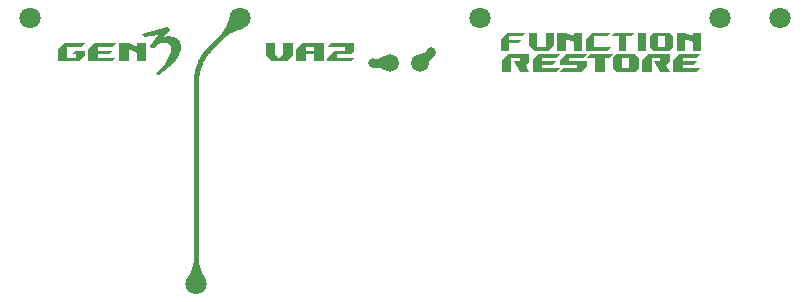
<source format=gbr>
G04 EAGLE Gerber RS-274X export*
G75*
%MOMM*%
%FSLAX34Y34*%
%LPD*%
%INTop Copper*%
%IPPOS*%
%AMOC8*
5,1,8,0,0,1.08239X$1,22.5*%
G01*
%ADD10C,1.500000*%
%ADD11C,1.800000*%
%ADD12C,0.406400*%
%ADD13C,0.800000*%
%ADD14C,0.800000*%
%ADD15C,0.152400*%

G36*
X134969Y179994D02*
X134969Y179994D01*
X134971Y179994D01*
X134973Y179994D01*
X147170Y190605D01*
X147170Y190606D01*
X147171Y190606D01*
X150994Y195126D01*
X150994Y195128D01*
X150995Y195128D01*
X152833Y200156D01*
X152833Y200157D01*
X152835Y200181D01*
X152835Y200186D01*
X152835Y200191D01*
X152836Y200196D01*
X152836Y200201D01*
X152836Y200206D01*
X152850Y200444D01*
X152850Y200445D01*
X152850Y200449D01*
X152850Y200454D01*
X152850Y200459D01*
X152851Y200459D01*
X152850Y200459D01*
X152851Y200464D01*
X152851Y200469D01*
X152864Y200703D01*
X152865Y200708D01*
X152865Y200713D01*
X152865Y200718D01*
X152865Y200723D01*
X152866Y200728D01*
X152879Y200961D01*
X152879Y200966D01*
X152879Y200971D01*
X152880Y200976D01*
X152880Y200981D01*
X152880Y200986D01*
X152881Y200991D01*
X152894Y201225D01*
X152894Y201230D01*
X152894Y201234D01*
X152894Y201235D01*
X152895Y201239D01*
X152895Y201240D01*
X152895Y201244D01*
X152895Y201249D01*
X152908Y201483D01*
X152909Y201488D01*
X152909Y201493D01*
X152909Y201498D01*
X152909Y201503D01*
X152910Y201508D01*
X152923Y201741D01*
X152923Y201746D01*
X152923Y201751D01*
X152924Y201756D01*
X152924Y201761D01*
X152924Y201766D01*
X152925Y201771D01*
X152938Y202005D01*
X152938Y202010D01*
X152938Y202015D01*
X152939Y202020D01*
X152939Y202025D01*
X152939Y202029D01*
X152939Y202030D01*
X152952Y202263D01*
X152953Y202268D01*
X152953Y202273D01*
X152953Y202278D01*
X152953Y202283D01*
X152954Y202283D01*
X152953Y202283D01*
X152954Y202288D01*
X152954Y202293D01*
X152967Y202526D01*
X152968Y202531D01*
X152968Y202536D01*
X152968Y202541D01*
X152968Y202546D01*
X152969Y202551D01*
X152982Y202785D01*
X152982Y202790D01*
X152982Y202795D01*
X152983Y202800D01*
X152983Y202805D01*
X152983Y202810D01*
X152996Y203043D01*
X152997Y203048D01*
X152997Y203053D01*
X152997Y203058D01*
X152998Y203063D01*
X152998Y203068D01*
X152998Y203073D01*
X153011Y203306D01*
X153011Y203307D01*
X153012Y203311D01*
X153012Y203316D01*
X153012Y203321D01*
X153012Y203326D01*
X153013Y203331D01*
X153026Y203565D01*
X153026Y203570D01*
X153026Y203575D01*
X153027Y203580D01*
X153027Y203585D01*
X153027Y203590D01*
X153028Y203595D01*
X153041Y203828D01*
X153041Y203833D01*
X153041Y203838D01*
X153042Y203843D01*
X153042Y203848D01*
X153042Y203853D01*
X153055Y204087D01*
X153056Y204092D01*
X153056Y204096D01*
X153056Y204097D01*
X153056Y204101D01*
X153056Y204102D01*
X153056Y204106D01*
X153057Y204106D01*
X153056Y204106D01*
X153057Y204111D01*
X153070Y204345D01*
X153070Y204350D01*
X153071Y204355D01*
X153071Y204360D01*
X153071Y204365D01*
X153071Y204370D01*
X153072Y204375D01*
X153085Y204608D01*
X153085Y204613D01*
X153085Y204618D01*
X153086Y204623D01*
X153086Y204628D01*
X153086Y204633D01*
X153096Y204809D01*
X153096Y204810D01*
X152243Y208331D01*
X152242Y208332D01*
X152242Y208333D01*
X151347Y209901D01*
X151346Y209901D01*
X151346Y209902D01*
X149804Y211183D01*
X149803Y211183D01*
X149803Y211184D01*
X143325Y213438D01*
X143324Y213438D01*
X143323Y213438D01*
X143322Y213438D01*
X137814Y212550D01*
X144931Y218246D01*
X144932Y218253D01*
X144931Y218253D01*
X144931Y218254D01*
X141722Y221286D01*
X141719Y221286D01*
X141717Y221287D01*
X120678Y214687D01*
X120677Y214686D01*
X120676Y214686D01*
X120676Y214684D01*
X120674Y214681D01*
X120676Y214680D01*
X120676Y214678D01*
X122994Y212716D01*
X122999Y212716D01*
X123000Y212716D01*
X134219Y213962D01*
X127461Y204643D01*
X127461Y204639D01*
X127462Y204639D01*
X127462Y204638D01*
X127461Y204637D01*
X128404Y203505D01*
X128409Y203504D01*
X128411Y203503D01*
X129975Y204286D01*
X130228Y203273D01*
X130229Y203272D01*
X130229Y203271D01*
X130231Y203271D01*
X130234Y203269D01*
X130235Y203270D01*
X130237Y203270D01*
X132585Y205284D01*
X136334Y207070D01*
X138674Y207469D01*
X141549Y207161D01*
X143542Y206394D01*
X144159Y205834D01*
X145101Y203948D01*
X145101Y200056D01*
X143497Y195954D01*
X140110Y189890D01*
X131614Y181390D01*
X131614Y181389D01*
X131613Y181389D01*
X131614Y181387D01*
X131614Y181383D01*
X131615Y181383D01*
X131616Y181382D01*
X134968Y179993D01*
X134969Y179994D01*
G37*
G36*
X538002Y182997D02*
X538002Y182997D01*
X538004Y182996D01*
X541004Y185996D01*
X541004Y185999D01*
X541005Y186000D01*
X541005Y195000D01*
X541003Y195002D01*
X541004Y195004D01*
X538004Y198004D01*
X538001Y198004D01*
X538000Y198005D01*
X522000Y198005D01*
X521998Y198003D01*
X521996Y198004D01*
X518996Y195004D01*
X518996Y195001D01*
X518995Y195000D01*
X518995Y186000D01*
X518997Y185998D01*
X518996Y185996D01*
X521996Y182996D01*
X521999Y182996D01*
X522000Y182995D01*
X538000Y182995D01*
X538002Y182997D01*
G37*
G36*
X259005Y191999D02*
X259005Y191999D01*
X259005Y192000D01*
X259005Y197995D01*
X265995Y197995D01*
X265995Y192000D01*
X265999Y191995D01*
X266000Y191995D01*
X274000Y191995D01*
X274005Y191999D01*
X274005Y192000D01*
X274005Y207000D01*
X274001Y207005D01*
X274000Y207005D01*
X256000Y207005D01*
X255998Y207003D01*
X255996Y207004D01*
X250996Y202004D01*
X250996Y202001D01*
X250995Y202000D01*
X250995Y192000D01*
X250999Y191995D01*
X251000Y191995D01*
X259000Y191995D01*
X259005Y191999D01*
G37*
G36*
X567002Y200997D02*
X567002Y200997D01*
X567004Y200996D01*
X570004Y203996D01*
X570004Y203999D01*
X570005Y204000D01*
X570005Y213000D01*
X570003Y213002D01*
X570004Y213004D01*
X567004Y216004D01*
X567001Y216004D01*
X567000Y216005D01*
X553000Y216005D01*
X552998Y216003D01*
X552996Y216004D01*
X549996Y213004D01*
X549996Y213001D01*
X549995Y213000D01*
X549995Y204000D01*
X549997Y203998D01*
X549996Y203996D01*
X552996Y200996D01*
X552999Y200996D01*
X553000Y200995D01*
X567000Y200995D01*
X567002Y200997D01*
G37*
G36*
X109005Y191999D02*
X109005Y191999D01*
X109005Y192000D01*
X109005Y201992D01*
X115995Y198997D01*
X115995Y192000D01*
X115999Y191995D01*
X116000Y191995D01*
X124000Y191995D01*
X124005Y191999D01*
X124005Y192000D01*
X124005Y207000D01*
X124001Y207005D01*
X124000Y207005D01*
X116000Y207005D01*
X115995Y207001D01*
X115995Y207000D01*
X115995Y204008D01*
X109002Y207005D01*
X109001Y207004D01*
X109000Y207005D01*
X101000Y207005D01*
X100995Y207001D01*
X100995Y207000D01*
X100995Y192000D01*
X100999Y191995D01*
X101000Y191995D01*
X109000Y191995D01*
X109005Y191999D01*
G37*
G36*
X433005Y182999D02*
X433005Y182999D01*
X433005Y183000D01*
X433005Y194995D01*
X439995Y194995D01*
X439995Y192005D01*
X435000Y192005D01*
X434999Y192004D01*
X434998Y192005D01*
X434998Y192003D01*
X434995Y192001D01*
X434996Y191999D01*
X434996Y191998D01*
X439996Y182998D01*
X439999Y182997D01*
X440000Y182995D01*
X448000Y182995D01*
X448001Y182996D01*
X448002Y182995D01*
X448002Y182997D01*
X448005Y182999D01*
X448004Y183001D01*
X448004Y183002D01*
X445007Y188981D01*
X448003Y190978D01*
X448004Y190981D01*
X448005Y190982D01*
X448005Y198000D01*
X448001Y198005D01*
X448000Y198005D01*
X430000Y198005D01*
X429998Y198003D01*
X429996Y198004D01*
X424996Y193004D01*
X424996Y193001D01*
X424995Y193000D01*
X424995Y183000D01*
X424999Y182995D01*
X425000Y182995D01*
X433000Y182995D01*
X433005Y182999D01*
G37*
G36*
X552005Y182999D02*
X552005Y182999D01*
X552005Y183000D01*
X552005Y194995D01*
X558995Y194995D01*
X558995Y192005D01*
X554000Y192005D01*
X553999Y192004D01*
X553998Y192005D01*
X553998Y192003D01*
X553995Y192001D01*
X553996Y191999D01*
X553996Y191998D01*
X558996Y182998D01*
X558999Y182997D01*
X559000Y182995D01*
X567000Y182995D01*
X567001Y182996D01*
X567002Y182995D01*
X567002Y182997D01*
X567005Y182999D01*
X567004Y183001D01*
X567004Y183002D01*
X564006Y188998D01*
X567003Y190996D01*
X567003Y190998D01*
X567004Y190999D01*
X567005Y191000D01*
X567005Y198000D01*
X567001Y198005D01*
X567000Y198005D01*
X549000Y198005D01*
X548998Y198003D01*
X548996Y198004D01*
X543996Y193004D01*
X543996Y193001D01*
X543995Y193000D01*
X543995Y183000D01*
X543999Y182995D01*
X544000Y182995D01*
X552000Y182995D01*
X552005Y182999D01*
G37*
G36*
X479005Y200999D02*
X479005Y200999D01*
X479005Y201000D01*
X479005Y210992D01*
X485995Y207997D01*
X485995Y201000D01*
X485999Y200995D01*
X486000Y200995D01*
X493000Y200995D01*
X493005Y200999D01*
X493005Y201000D01*
X493005Y216000D01*
X493001Y216005D01*
X493000Y216005D01*
X486000Y216005D01*
X485995Y216001D01*
X485995Y216000D01*
X485995Y213008D01*
X479002Y216005D01*
X479001Y216004D01*
X479000Y216005D01*
X472000Y216005D01*
X471995Y216001D01*
X471995Y216000D01*
X471995Y201000D01*
X471999Y200995D01*
X472000Y200995D01*
X479000Y200995D01*
X479005Y200999D01*
G37*
G36*
X580005Y200999D02*
X580005Y200999D01*
X580005Y201000D01*
X580005Y210992D01*
X586995Y207997D01*
X586995Y201000D01*
X586999Y200995D01*
X587000Y200995D01*
X594000Y200995D01*
X594005Y200999D01*
X594005Y201000D01*
X594005Y216000D01*
X594001Y216005D01*
X594000Y216005D01*
X587000Y216005D01*
X586995Y216001D01*
X586995Y216000D01*
X586995Y213008D01*
X580002Y216005D01*
X580001Y216004D01*
X580000Y216005D01*
X573000Y216005D01*
X572995Y216001D01*
X572995Y216000D01*
X572995Y201000D01*
X572999Y200995D01*
X573000Y200995D01*
X580000Y200995D01*
X580005Y200999D01*
G37*
G36*
X243002Y191997D02*
X243002Y191997D01*
X243004Y191996D01*
X248004Y196996D01*
X248004Y196999D01*
X248005Y197000D01*
X248005Y207000D01*
X248001Y207005D01*
X248000Y207005D01*
X240000Y207005D01*
X239995Y207001D01*
X239995Y207000D01*
X239995Y198002D01*
X236998Y195005D01*
X236002Y195005D01*
X233005Y198002D01*
X233005Y207000D01*
X233001Y207005D01*
X233000Y207005D01*
X225000Y207005D01*
X224995Y207001D01*
X224995Y207000D01*
X224995Y197000D01*
X224997Y196998D01*
X224996Y196996D01*
X229996Y191996D01*
X229999Y191996D01*
X230000Y191995D01*
X243000Y191995D01*
X243002Y191997D01*
G37*
G36*
X67002Y191997D02*
X67002Y191997D01*
X67004Y191996D01*
X72004Y196996D01*
X72004Y196999D01*
X72005Y197000D01*
X72005Y201000D01*
X72001Y201005D01*
X72000Y201005D01*
X64000Y201005D01*
X63998Y201003D01*
X63996Y201004D01*
X60996Y198004D01*
X60996Y198002D01*
X60995Y198001D01*
X60996Y197999D01*
X60996Y197997D01*
X60998Y197997D01*
X61000Y197995D01*
X63995Y197995D01*
X63995Y195005D01*
X57005Y195005D01*
X57005Y203995D01*
X69000Y203995D01*
X69002Y203997D01*
X69004Y203996D01*
X72004Y206996D01*
X72004Y206998D01*
X72005Y206999D01*
X72004Y207001D01*
X72004Y207003D01*
X72002Y207003D01*
X72000Y207005D01*
X54000Y207005D01*
X53998Y207003D01*
X53996Y207004D01*
X48996Y202004D01*
X48996Y202001D01*
X48995Y202000D01*
X48995Y192000D01*
X48999Y191995D01*
X49000Y191995D01*
X67000Y191995D01*
X67002Y191997D01*
G37*
G36*
X297002Y191997D02*
X297002Y191997D01*
X297004Y191996D01*
X300004Y194996D01*
X300004Y194998D01*
X300005Y194999D01*
X300004Y195001D01*
X300004Y195003D01*
X300002Y195003D01*
X300000Y195005D01*
X285005Y195005D01*
X285005Y197995D01*
X297000Y197995D01*
X297002Y197997D01*
X297004Y197996D01*
X300004Y200996D01*
X300004Y200999D01*
X300005Y201000D01*
X300005Y207000D01*
X300001Y207005D01*
X300000Y207005D01*
X280000Y207005D01*
X279998Y207003D01*
X279996Y207004D01*
X276996Y204004D01*
X276996Y204002D01*
X276995Y204001D01*
X276996Y203999D01*
X276996Y203997D01*
X276998Y203997D01*
X277000Y203995D01*
X291995Y203995D01*
X291995Y201005D01*
X283000Y201005D01*
X282998Y201003D01*
X282996Y201004D01*
X276996Y195004D01*
X276996Y195002D01*
X276996Y195001D01*
X276995Y195000D01*
X276995Y192000D01*
X276999Y191995D01*
X277000Y191995D01*
X297000Y191995D01*
X297002Y191997D01*
G37*
G36*
X492002Y182997D02*
X492002Y182997D01*
X492004Y182996D01*
X497004Y187996D01*
X497004Y187999D01*
X497005Y188000D01*
X497005Y192000D01*
X497001Y192005D01*
X497000Y192005D01*
X482005Y192005D01*
X482005Y194995D01*
X494000Y194995D01*
X494002Y194997D01*
X494004Y194996D01*
X497004Y197996D01*
X497004Y197998D01*
X497005Y197999D01*
X497004Y198001D01*
X497004Y198003D01*
X497002Y198003D01*
X497000Y198005D01*
X479000Y198005D01*
X478998Y198003D01*
X478996Y198004D01*
X473996Y193004D01*
X473996Y193001D01*
X473995Y193000D01*
X473995Y189000D01*
X473999Y188995D01*
X474000Y188995D01*
X488995Y188995D01*
X488995Y186005D01*
X477000Y186005D01*
X476998Y186003D01*
X476996Y186004D01*
X473996Y183004D01*
X473996Y183002D01*
X473995Y183001D01*
X473996Y182999D01*
X473996Y182997D01*
X473998Y182997D01*
X474000Y182995D01*
X492000Y182995D01*
X492002Y182997D01*
G37*
G36*
X95002Y191997D02*
X95002Y191997D01*
X95004Y191996D01*
X98004Y194996D01*
X98004Y194998D01*
X98005Y194999D01*
X98004Y195001D01*
X98004Y195003D01*
X98002Y195003D01*
X98000Y195005D01*
X83005Y195005D01*
X83005Y197995D01*
X92000Y197995D01*
X92002Y197997D01*
X92004Y197996D01*
X95004Y200996D01*
X95004Y200998D01*
X95005Y200999D01*
X95004Y201001D01*
X95004Y201003D01*
X95002Y201003D01*
X95000Y201005D01*
X83005Y201005D01*
X83005Y203995D01*
X95000Y203995D01*
X95002Y203997D01*
X95004Y203996D01*
X98004Y206996D01*
X98004Y206998D01*
X98005Y206999D01*
X98004Y207001D01*
X98004Y207003D01*
X98002Y207003D01*
X98000Y207005D01*
X80000Y207005D01*
X79998Y207003D01*
X79996Y207004D01*
X74996Y202004D01*
X74996Y202001D01*
X74995Y202000D01*
X74995Y192000D01*
X74999Y191995D01*
X75000Y191995D01*
X95000Y191995D01*
X95002Y191997D01*
G37*
G36*
X471002Y182997D02*
X471002Y182997D01*
X471004Y182996D01*
X474004Y185996D01*
X474004Y185998D01*
X474005Y185999D01*
X474004Y186001D01*
X474004Y186003D01*
X474002Y186003D01*
X474000Y186005D01*
X459005Y186005D01*
X459005Y188995D01*
X468000Y188995D01*
X468002Y188997D01*
X468004Y188996D01*
X471004Y191996D01*
X471004Y191998D01*
X471005Y191999D01*
X471004Y192001D01*
X471004Y192003D01*
X471002Y192003D01*
X471000Y192005D01*
X459005Y192005D01*
X459005Y194995D01*
X471000Y194995D01*
X471002Y194997D01*
X471004Y194996D01*
X474004Y197996D01*
X474004Y197998D01*
X474005Y197999D01*
X474004Y198001D01*
X474004Y198003D01*
X474002Y198003D01*
X474000Y198005D01*
X456000Y198005D01*
X455998Y198003D01*
X455996Y198004D01*
X450996Y193004D01*
X450996Y193001D01*
X450995Y193000D01*
X450995Y183000D01*
X450999Y182995D01*
X451000Y182995D01*
X471000Y182995D01*
X471002Y182997D01*
G37*
G36*
X590002Y182997D02*
X590002Y182997D01*
X590004Y182996D01*
X593004Y185996D01*
X593004Y185998D01*
X593005Y185999D01*
X593004Y186001D01*
X593004Y186003D01*
X593002Y186003D01*
X593000Y186005D01*
X578005Y186005D01*
X578005Y188995D01*
X587000Y188995D01*
X587002Y188997D01*
X587004Y188996D01*
X590004Y191996D01*
X590004Y191998D01*
X590005Y191999D01*
X590004Y192001D01*
X590004Y192003D01*
X590002Y192003D01*
X590000Y192005D01*
X578005Y192005D01*
X578005Y194995D01*
X590000Y194995D01*
X590002Y194997D01*
X590004Y194996D01*
X593004Y197996D01*
X593004Y197998D01*
X593005Y197999D01*
X593004Y198001D01*
X593004Y198003D01*
X593002Y198003D01*
X593000Y198005D01*
X575000Y198005D01*
X574998Y198003D01*
X574996Y198004D01*
X569996Y193004D01*
X569996Y193001D01*
X569995Y193000D01*
X569995Y183000D01*
X569999Y182995D01*
X570000Y182995D01*
X590000Y182995D01*
X590002Y182997D01*
G37*
G36*
X464002Y200997D02*
X464002Y200997D01*
X464004Y200996D01*
X469004Y205996D01*
X469004Y205999D01*
X469005Y206000D01*
X469005Y216000D01*
X469001Y216005D01*
X469000Y216005D01*
X462000Y216005D01*
X461995Y216001D01*
X461995Y216000D01*
X461995Y204005D01*
X455005Y204005D01*
X455005Y216000D01*
X455001Y216005D01*
X455000Y216005D01*
X448000Y216005D01*
X447995Y216001D01*
X447995Y216000D01*
X447995Y206000D01*
X447997Y205998D01*
X447996Y205996D01*
X452996Y200996D01*
X452999Y200996D01*
X453000Y200995D01*
X464000Y200995D01*
X464002Y200997D01*
G37*
G36*
X514002Y200997D02*
X514002Y200997D01*
X514004Y200996D01*
X517004Y203996D01*
X517004Y203998D01*
X517005Y203999D01*
X517004Y204001D01*
X517004Y204003D01*
X517002Y204003D01*
X517000Y204005D01*
X503005Y204005D01*
X503005Y212995D01*
X514000Y212995D01*
X514002Y212997D01*
X514004Y212996D01*
X517004Y215996D01*
X517004Y215998D01*
X517005Y215999D01*
X517004Y216001D01*
X517004Y216003D01*
X517002Y216003D01*
X517000Y216005D01*
X501000Y216005D01*
X500998Y216003D01*
X500996Y216004D01*
X495996Y211004D01*
X495996Y211001D01*
X495995Y211000D01*
X495995Y201000D01*
X495999Y200995D01*
X496000Y200995D01*
X514000Y200995D01*
X514002Y200997D01*
G37*
G36*
X431005Y200999D02*
X431005Y200999D01*
X431005Y201000D01*
X431005Y206995D01*
X439000Y206995D01*
X439002Y206997D01*
X439004Y206996D01*
X442004Y209996D01*
X442004Y209998D01*
X442005Y209999D01*
X442004Y210001D01*
X442004Y210003D01*
X442002Y210003D01*
X442000Y210005D01*
X431005Y210005D01*
X431005Y212995D01*
X442000Y212995D01*
X442002Y212997D01*
X442004Y212996D01*
X445004Y215996D01*
X445004Y215998D01*
X445005Y215999D01*
X445004Y216001D01*
X445004Y216003D01*
X445002Y216003D01*
X445000Y216005D01*
X429000Y216005D01*
X428998Y216003D01*
X428996Y216004D01*
X423996Y211004D01*
X423996Y211001D01*
X423995Y211000D01*
X423995Y201000D01*
X423999Y200995D01*
X424000Y200995D01*
X431000Y200995D01*
X431005Y200999D01*
G37*
G36*
X512005Y182999D02*
X512005Y182999D01*
X512005Y183000D01*
X512005Y194995D01*
X516000Y194995D01*
X516002Y194997D01*
X516004Y194996D01*
X519004Y197996D01*
X519004Y197998D01*
X519005Y197999D01*
X519004Y198001D01*
X519004Y198003D01*
X519002Y198003D01*
X519000Y198005D01*
X500000Y198005D01*
X499998Y198003D01*
X499996Y198004D01*
X496996Y195004D01*
X496996Y195002D01*
X496995Y195001D01*
X496996Y194999D01*
X496996Y194997D01*
X496998Y194997D01*
X497000Y194995D01*
X503995Y194995D01*
X503995Y183000D01*
X503999Y182995D01*
X504000Y182995D01*
X512000Y182995D01*
X512005Y182999D01*
G37*
G36*
X530005Y200999D02*
X530005Y200999D01*
X530005Y201000D01*
X530005Y212995D01*
X534000Y212995D01*
X534002Y212997D01*
X534004Y212996D01*
X537004Y215996D01*
X537004Y215998D01*
X537005Y215999D01*
X537004Y216001D01*
X537004Y216003D01*
X537002Y216003D01*
X537000Y216005D01*
X520000Y216005D01*
X519998Y216003D01*
X519996Y216004D01*
X516996Y213004D01*
X516996Y213002D01*
X516995Y213001D01*
X516996Y212999D01*
X516996Y212997D01*
X516998Y212997D01*
X517000Y212995D01*
X523995Y212995D01*
X523995Y201000D01*
X523999Y200995D01*
X524000Y200995D01*
X530000Y200995D01*
X530005Y200999D01*
G37*
G36*
X547005Y200999D02*
X547005Y200999D01*
X547005Y201000D01*
X547005Y216000D01*
X547001Y216005D01*
X547000Y216005D01*
X540000Y216005D01*
X539995Y216001D01*
X539995Y216000D01*
X539995Y201000D01*
X539999Y200995D01*
X540000Y200995D01*
X547000Y200995D01*
X547005Y200999D01*
G37*
%LPC*%
G36*
X557005Y204005D02*
X557005Y204005D01*
X557005Y212995D01*
X562995Y212995D01*
X562995Y204005D01*
X557005Y204005D01*
G37*
%LPD*%
%LPC*%
G36*
X527005Y186005D02*
X527005Y186005D01*
X527005Y194995D01*
X532995Y194995D01*
X532995Y186005D01*
X527005Y186005D01*
G37*
%LPD*%
%LPC*%
G36*
X259005Y201005D02*
X259005Y201005D01*
X259005Y203995D01*
X265995Y203995D01*
X265995Y201005D01*
X259005Y201005D01*
G37*
%LPD*%
G36*
X126922Y173650D02*
X126922Y173650D01*
X126923Y173650D01*
X127366Y173986D01*
X127366Y173988D01*
X127368Y173989D01*
X127367Y173990D01*
X127367Y173992D01*
X127365Y173993D01*
X127363Y173995D01*
X126751Y173995D01*
X126751Y173994D01*
X126750Y173995D01*
X126749Y173993D01*
X126747Y173990D01*
X126748Y173989D01*
X126747Y173988D01*
X126915Y173651D01*
X126916Y173651D01*
X126921Y173649D01*
X126922Y173650D01*
G37*
D10*
X355600Y190500D03*
X330200Y190500D03*
D11*
X25400Y228600D03*
X406400Y228600D03*
X165894Y3175D03*
D12*
X165894Y23813D01*
D11*
X203200Y228600D03*
D12*
X165894Y174456D02*
X165894Y23813D01*
X165894Y174456D02*
X165906Y175454D01*
X165943Y176451D01*
X166004Y177446D01*
X166090Y178440D01*
X166200Y179432D01*
X166334Y180421D01*
X166492Y181406D01*
X166675Y182386D01*
X166882Y183362D01*
X167112Y184333D01*
X167367Y185298D01*
X167644Y186256D01*
X167946Y187207D01*
X168270Y188151D01*
X168618Y189086D01*
X168988Y190012D01*
X169381Y190929D01*
X169797Y191836D01*
X170234Y192733D01*
X170694Y193618D01*
X171175Y194492D01*
X171677Y195354D01*
X172201Y196204D01*
X172745Y197040D01*
X173309Y197863D01*
X173894Y198671D01*
X174498Y199465D01*
X175121Y200244D01*
X175763Y201007D01*
X176424Y201755D01*
X177103Y202486D01*
X177800Y203200D01*
X188913Y214313D01*
X203200Y228600D01*
X196359Y229884D02*
X196205Y229106D01*
X196031Y228331D01*
X195840Y227561D01*
X195630Y226796D01*
X195402Y226036D01*
X195156Y225281D01*
X194892Y224533D01*
X194610Y223791D01*
X194311Y223056D01*
X193995Y222328D01*
X193661Y221608D01*
X193310Y220896D01*
X192942Y220193D01*
X192558Y219499D01*
X192157Y218814D01*
X191740Y218139D01*
X191307Y217473D01*
X190858Y216819D01*
X190394Y216175D01*
X189915Y215543D01*
X189421Y214922D01*
X188912Y214313D01*
X196360Y229884D02*
X204484Y221760D01*
X204484Y221759D02*
X203706Y221605D01*
X202931Y221431D01*
X202161Y221240D01*
X201396Y221030D01*
X200636Y220802D01*
X199881Y220556D01*
X199133Y220292D01*
X198391Y220010D01*
X197656Y219711D01*
X196928Y219395D01*
X196208Y219061D01*
X195496Y218710D01*
X194793Y218342D01*
X194099Y217958D01*
X193414Y217557D01*
X192739Y217140D01*
X192073Y216707D01*
X191419Y216258D01*
X190775Y215794D01*
X190143Y215315D01*
X189522Y214821D01*
X188913Y214312D01*
X171782Y6883D02*
X160005Y6883D01*
X171782Y6883D02*
X171327Y7570D01*
X170888Y8268D01*
X170467Y8976D01*
X170062Y9694D01*
X169675Y10422D01*
X169305Y11158D01*
X168952Y11903D01*
X168618Y12656D01*
X168301Y13417D01*
X168003Y14185D01*
X167723Y14960D01*
X167461Y15742D01*
X167219Y16529D01*
X166995Y17322D01*
X166790Y18121D01*
X166604Y18923D01*
X166437Y19731D01*
X166289Y20541D01*
X166161Y21355D01*
X166052Y22172D01*
X165963Y22992D01*
X165893Y23813D01*
X165894Y23813D02*
X165824Y22992D01*
X165735Y22172D01*
X165626Y21355D01*
X165498Y20541D01*
X165350Y19731D01*
X165183Y18923D01*
X164997Y18121D01*
X164792Y17322D01*
X164568Y16529D01*
X164326Y15742D01*
X164064Y14960D01*
X163784Y14185D01*
X163486Y13417D01*
X163169Y12656D01*
X162835Y11903D01*
X162482Y11158D01*
X162112Y10422D01*
X161725Y9694D01*
X161320Y8976D01*
X160899Y8268D01*
X160460Y7570D01*
X160005Y6883D01*
D11*
X609600Y228600D03*
D13*
X365125Y200025D02*
X355600Y190500D01*
D14*
X365125Y200025D03*
D15*
X360363Y195036D02*
X360363Y185964D01*
X362303Y190147D02*
X355247Y197203D01*
X362303Y190147D02*
X365125Y200025D01*
X355247Y197203D01*
D11*
X660400Y228600D03*
D14*
X315913Y190500D03*
D13*
X330200Y190500D01*
D15*
X325438Y195263D02*
X315913Y190500D01*
X325438Y195263D02*
X325438Y185738D01*
X315913Y190500D01*
M02*

</source>
